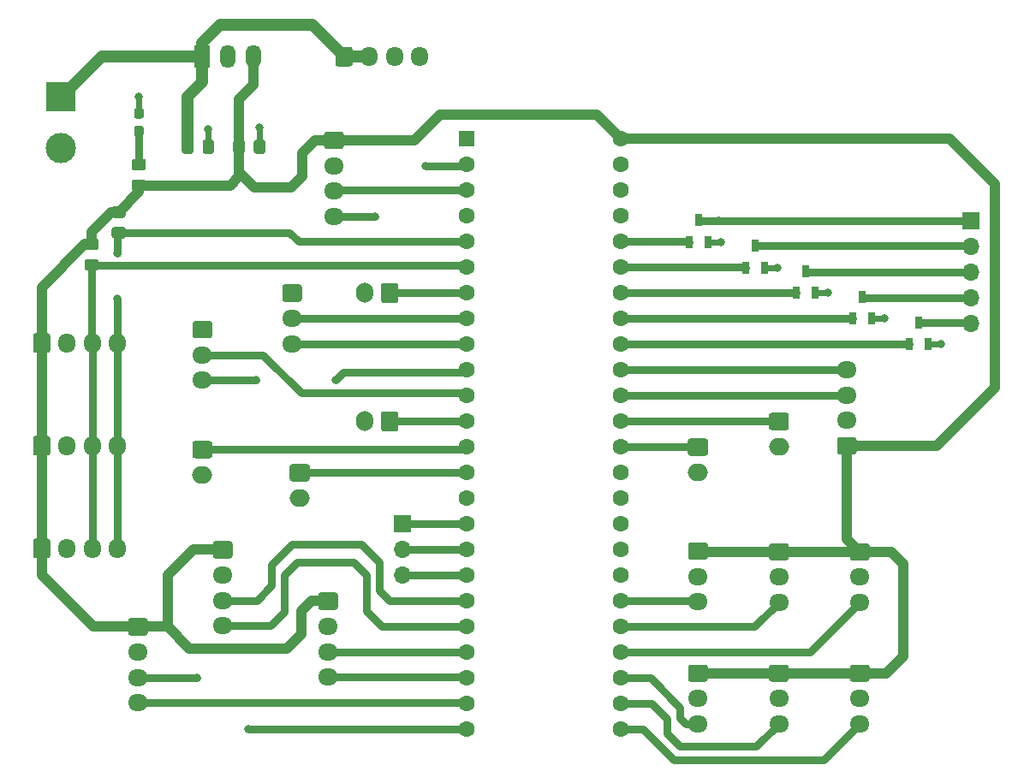
<source format=gbr>
%TF.GenerationSoftware,KiCad,Pcbnew,5.1.6+dfsg1-1*%
%TF.CreationDate,2021-03-04T16:54:05+01:00*%
%TF.ProjectId,pcb_robot_2021A,7063625f-726f-4626-9f74-5f3230323141,2.0*%
%TF.SameCoordinates,Original*%
%TF.FileFunction,Copper,L1,Top*%
%TF.FilePolarity,Positive*%
%FSLAX46Y46*%
G04 Gerber Fmt 4.6, Leading zero omitted, Abs format (unit mm)*
G04 Created by KiCad (PCBNEW 5.1.6+dfsg1-1) date 2021-03-04 16:54:05*
%MOMM*%
%LPD*%
G01*
G04 APERTURE LIST*
%TA.AperFunction,ComponentPad*%
%ADD10O,1.950000X1.700000*%
%TD*%
%TA.AperFunction,ComponentPad*%
%ADD11C,3.000000*%
%TD*%
%TA.AperFunction,ComponentPad*%
%ADD12R,3.000000X3.000000*%
%TD*%
%TA.AperFunction,ComponentPad*%
%ADD13O,1.700000X1.700000*%
%TD*%
%TA.AperFunction,ComponentPad*%
%ADD14R,1.700000X1.700000*%
%TD*%
%TA.AperFunction,SMDPad,CuDef*%
%ADD15R,0.800000X1.200000*%
%TD*%
%TA.AperFunction,ComponentPad*%
%ADD16C,1.600000*%
%TD*%
%TA.AperFunction,ComponentPad*%
%ADD17R,1.600000X1.600000*%
%TD*%
%TA.AperFunction,ComponentPad*%
%ADD18O,1.500000X2.300000*%
%TD*%
%TA.AperFunction,ComponentPad*%
%ADD19R,1.500000X2.300000*%
%TD*%
%TA.AperFunction,ComponentPad*%
%ADD20O,2.000000X1.700000*%
%TD*%
%TA.AperFunction,ComponentPad*%
%ADD21O,1.700000X1.950000*%
%TD*%
%TA.AperFunction,ComponentPad*%
%ADD22O,1.700000X2.000000*%
%TD*%
%TA.AperFunction,ViaPad*%
%ADD23C,0.800000*%
%TD*%
%TA.AperFunction,Conductor*%
%ADD24C,0.600000*%
%TD*%
%TA.AperFunction,Conductor*%
%ADD25C,0.800000*%
%TD*%
%TA.AperFunction,Conductor*%
%ADD26C,1.200000*%
%TD*%
%TA.AperFunction,Conductor*%
%ADD27C,1.000000*%
%TD*%
%TA.AperFunction,Conductor*%
%ADD28C,0.500000*%
%TD*%
G04 APERTURE END LIST*
%TO.P,R1,2*%
%TO.N,/SCL*%
%TA.AperFunction,SMDPad,CuDef*%
G36*
G01*
X116262999Y-65846000D02*
X117163001Y-65846000D01*
G75*
G02*
X117413000Y-66095999I0J-249999D01*
G01*
X117413000Y-66746001D01*
G75*
G02*
X117163001Y-66996000I-249999J0D01*
G01*
X116262999Y-66996000D01*
G75*
G02*
X116013000Y-66746001I0J249999D01*
G01*
X116013000Y-66095999D01*
G75*
G02*
X116262999Y-65846000I249999J0D01*
G01*
G37*
%TD.AperFunction*%
%TO.P,R1,1*%
%TO.N,+5V*%
%TA.AperFunction,SMDPad,CuDef*%
G36*
G01*
X116262999Y-63796000D02*
X117163001Y-63796000D01*
G75*
G02*
X117413000Y-64045999I0J-249999D01*
G01*
X117413000Y-64696001D01*
G75*
G02*
X117163001Y-64946000I-249999J0D01*
G01*
X116262999Y-64946000D01*
G75*
G02*
X116013000Y-64696001I0J249999D01*
G01*
X116013000Y-64045999D01*
G75*
G02*
X116262999Y-63796000I249999J0D01*
G01*
G37*
%TD.AperFunction*%
%TD*%
D10*
%TO.P,J10,4*%
%TO.N,/enc1_B*%
X188722000Y-80003000D03*
%TO.P,J10,3*%
%TO.N,/enc1_A*%
X188722000Y-82503000D03*
%TO.P,J10,2*%
%TO.N,GND*%
X188722000Y-85003000D03*
%TO.P,J10,1*%
%TO.N,+5V*%
%TA.AperFunction,ComponentPad*%
G36*
G01*
X189447000Y-88353000D02*
X187997000Y-88353000D01*
G75*
G02*
X187747000Y-88103000I0J250000D01*
G01*
X187747000Y-86903000D01*
G75*
G02*
X187997000Y-86653000I250000J0D01*
G01*
X189447000Y-86653000D01*
G75*
G02*
X189697000Y-86903000I0J-250000D01*
G01*
X189697000Y-88103000D01*
G75*
G02*
X189447000Y-88353000I-250000J0D01*
G01*
G37*
%TD.AperFunction*%
%TD*%
%TO.P,J4,3*%
%TO.N,/IR_out1.3*%
X174000000Y-115000000D03*
%TO.P,J4,2*%
%TO.N,GND*%
X174000000Y-112500000D03*
%TO.P,J4,1*%
%TO.N,+5V*%
%TA.AperFunction,ComponentPad*%
G36*
G01*
X173275000Y-109150000D02*
X174725000Y-109150000D01*
G75*
G02*
X174975000Y-109400000I0J-250000D01*
G01*
X174975000Y-110600000D01*
G75*
G02*
X174725000Y-110850000I-250000J0D01*
G01*
X173275000Y-110850000D01*
G75*
G02*
X173025000Y-110600000I0J250000D01*
G01*
X173025000Y-109400000D01*
G75*
G02*
X173275000Y-109150000I250000J0D01*
G01*
G37*
%TD.AperFunction*%
%TD*%
%TO.P,J15,4*%
%TO.N,/RX4*%
X118618000Y-112910000D03*
%TO.P,J15,3*%
%TO.N,/TX4*%
X118618000Y-110410000D03*
%TO.P,J15,2*%
%TO.N,GND*%
X118618000Y-107910000D03*
%TO.P,J15,1*%
%TO.N,+5V*%
%TA.AperFunction,ComponentPad*%
G36*
G01*
X117893000Y-104560000D02*
X119343000Y-104560000D01*
G75*
G02*
X119593000Y-104810000I0J-250000D01*
G01*
X119593000Y-106010000D01*
G75*
G02*
X119343000Y-106260000I-250000J0D01*
G01*
X117893000Y-106260000D01*
G75*
G02*
X117643000Y-106010000I0J250000D01*
G01*
X117643000Y-104810000D01*
G75*
G02*
X117893000Y-104560000I250000J0D01*
G01*
G37*
%TD.AperFunction*%
%TD*%
%TO.P,J16,4*%
%TO.N,/Xbee_RX*%
X138000000Y-64777000D03*
%TO.P,J16,3*%
%TO.N,/Xbee_TX*%
X138000000Y-62277000D03*
%TO.P,J16,2*%
%TO.N,GND*%
X138000000Y-59777000D03*
%TO.P,J16,1*%
%TO.N,+5V*%
%TA.AperFunction,ComponentPad*%
G36*
G01*
X137275000Y-56427000D02*
X138725000Y-56427000D01*
G75*
G02*
X138975000Y-56677000I0J-250000D01*
G01*
X138975000Y-57877000D01*
G75*
G02*
X138725000Y-58127000I-250000J0D01*
G01*
X137275000Y-58127000D01*
G75*
G02*
X137025000Y-57877000I0J250000D01*
G01*
X137025000Y-56677000D01*
G75*
G02*
X137275000Y-56427000I250000J0D01*
G01*
G37*
%TD.AperFunction*%
%TD*%
%TO.P,J9,3*%
%TO.N,/mot2_dir*%
X125000000Y-81000000D03*
%TO.P,J9,2*%
%TO.N,/mot2_PWM*%
X125000000Y-78500000D03*
%TO.P,J9,1*%
%TO.N,GND*%
%TA.AperFunction,ComponentPad*%
G36*
G01*
X124275000Y-75150000D02*
X125725000Y-75150000D01*
G75*
G02*
X125975000Y-75400000I0J-250000D01*
G01*
X125975000Y-76600000D01*
G75*
G02*
X125725000Y-76850000I-250000J0D01*
G01*
X124275000Y-76850000D01*
G75*
G02*
X124025000Y-76600000I0J250000D01*
G01*
X124025000Y-75400000D01*
G75*
G02*
X124275000Y-75150000I250000J0D01*
G01*
G37*
%TD.AperFunction*%
%TD*%
%TO.P,J8,3*%
%TO.N,/mot1_dir*%
X133858000Y-77390000D03*
%TO.P,J8,2*%
%TO.N,/mot1_PWM*%
X133858000Y-74890000D03*
%TO.P,J8,1*%
%TO.N,GND*%
%TA.AperFunction,ComponentPad*%
G36*
G01*
X133133000Y-71540000D02*
X134583000Y-71540000D01*
G75*
G02*
X134833000Y-71790000I0J-250000D01*
G01*
X134833000Y-72990000D01*
G75*
G02*
X134583000Y-73240000I-250000J0D01*
G01*
X133133000Y-73240000D01*
G75*
G02*
X132883000Y-72990000I0J250000D01*
G01*
X132883000Y-71790000D01*
G75*
G02*
X133133000Y-71540000I250000J0D01*
G01*
G37*
%TD.AperFunction*%
%TD*%
D11*
%TO.P,J12,2*%
%TO.N,GND*%
X111000000Y-58080000D03*
D12*
%TO.P,J12,1*%
%TO.N,+12V*%
X111000000Y-53000000D03*
%TD*%
D10*
%TO.P,J7,3*%
%TO.N,/IR_out2.3*%
X174000000Y-102917000D03*
%TO.P,J7,2*%
%TO.N,GND*%
X174000000Y-100417000D03*
%TO.P,J7,1*%
%TO.N,+5V*%
%TA.AperFunction,ComponentPad*%
G36*
G01*
X173275000Y-97067000D02*
X174725000Y-97067000D01*
G75*
G02*
X174975000Y-97317000I0J-250000D01*
G01*
X174975000Y-98517000D01*
G75*
G02*
X174725000Y-98767000I-250000J0D01*
G01*
X173275000Y-98767000D01*
G75*
G02*
X173025000Y-98517000I0J250000D01*
G01*
X173025000Y-97317000D01*
G75*
G02*
X173275000Y-97067000I250000J0D01*
G01*
G37*
%TD.AperFunction*%
%TD*%
D13*
%TO.P,J20,5*%
%TO.N,Net-(J20-Pad5)*%
X200978000Y-75438000D03*
%TO.P,J20,4*%
%TO.N,Net-(J20-Pad4)*%
X200978000Y-72898000D03*
%TO.P,J20,3*%
%TO.N,Net-(J20-Pad3)*%
X200978000Y-70358000D03*
%TO.P,J20,2*%
%TO.N,Net-(J20-Pad2)*%
X200978000Y-67818000D03*
D14*
%TO.P,J20,1*%
%TO.N,Net-(J20-Pad1)*%
X200978000Y-65278000D03*
%TD*%
D15*
%TO.P,U6,1*%
%TO.N,/lidar_in4*%
X189294000Y-74930000D03*
%TO.P,U6,2*%
%TO.N,GND*%
X191194000Y-74930000D03*
%TO.P,U6,3*%
%TO.N,Net-(J20-Pad4)*%
X190244000Y-72730000D03*
%TD*%
%TO.P,U7,1*%
%TO.N,/lidar_in5*%
X194882000Y-77470000D03*
%TO.P,U7,2*%
%TO.N,GND*%
X196782000Y-77470000D03*
%TO.P,U7,3*%
%TO.N,Net-(J20-Pad5)*%
X195832000Y-75270000D03*
%TD*%
%TO.P,U3,1*%
%TO.N,/lidar_in1*%
X173104000Y-67394000D03*
%TO.P,U3,2*%
%TO.N,GND*%
X175004000Y-67394000D03*
%TO.P,U3,3*%
%TO.N,Net-(J20-Pad1)*%
X174054000Y-65194000D03*
%TD*%
%TO.P,U5,1*%
%TO.N,/lidar_in3*%
X183706000Y-72390000D03*
%TO.P,U5,2*%
%TO.N,GND*%
X185606000Y-72390000D03*
%TO.P,U5,3*%
%TO.N,Net-(J20-Pad3)*%
X184656000Y-70190000D03*
%TD*%
%TO.P,U4,1*%
%TO.N,/lidar_in2*%
X178692000Y-69934000D03*
%TO.P,U4,2*%
%TO.N,GND*%
X180592000Y-69934000D03*
%TO.P,U4,3*%
%TO.N,Net-(J20-Pad2)*%
X179642000Y-67734000D03*
%TD*%
D16*
%TO.P,U2,53*%
%TO.N,+5V*%
X166370000Y-57150000D03*
%TO.P,U2,52*%
%TO.N,Net-(U2-Pad52)*%
X166370000Y-59690000D03*
%TO.P,U2,51*%
%TO.N,Net-(U2-Pad51)*%
X166370000Y-62230000D03*
%TO.P,U2,50*%
%TO.N,Net-(U2-Pad50)*%
X166370000Y-64770000D03*
%TO.P,U2,49*%
%TO.N,/lidar_in1*%
X166370000Y-67310000D03*
%TO.P,U2,48*%
%TO.N,/lidar_in2*%
X166370000Y-69850000D03*
%TO.P,U2,47*%
%TO.N,/lidar_in3*%
X166370000Y-72390000D03*
%TO.P,U2,46*%
%TO.N,/lidar_in4*%
X166370000Y-74930000D03*
%TO.P,U2,45*%
%TO.N,/lidar_in5*%
X166370000Y-77470000D03*
%TO.P,U2,44*%
%TO.N,/enc1_B*%
X166370000Y-80010000D03*
%TO.P,U2,43*%
%TO.N,/enc1_A*%
X166370000Y-82550000D03*
%TO.P,U2,42*%
%TO.N,/galet_2.2*%
X166370000Y-85090000D03*
%TO.P,U2,41*%
%TO.N,/galet_2.1*%
X166370000Y-87630000D03*
%TO.P,U2,40*%
%TO.N,Net-(U2-Pad40)*%
X166370000Y-90170000D03*
%TO.P,U2,39*%
%TO.N,Net-(U2-Pad39)*%
X166370000Y-92710000D03*
%TO.P,U2,38*%
%TO.N,Net-(U2-Pad38)*%
X166370000Y-95250000D03*
D17*
%TO.P,U2,1*%
%TO.N,GND*%
X151130000Y-57150000D03*
D16*
%TO.P,U2,2*%
%TO.N,/Xbee_RX*%
X151130000Y-59690000D03*
%TO.P,U2,3*%
%TO.N,/Xbee_TX*%
X151130000Y-62230000D03*
%TO.P,U2,4*%
%TO.N,Net-(U2-Pad4)*%
X151130000Y-64770000D03*
%TO.P,U2,5*%
%TO.N,/SCL*%
X151130000Y-67310000D03*
%TO.P,U2,6*%
%TO.N,/SDA*%
X151130000Y-69850000D03*
%TO.P,U2,7*%
%TO.N,/couleur*%
X151130000Y-72390000D03*
%TO.P,U2,8*%
%TO.N,/mot1_PWM*%
X151130000Y-74930000D03*
%TO.P,U2,9*%
%TO.N,/mot1_dir*%
X151130000Y-77470000D03*
%TO.P,U2,10*%
%TO.N,/mot2_dir*%
X151130000Y-80010000D03*
%TO.P,U2,11*%
%TO.N,/mot2_PWM*%
X151130000Y-82550000D03*
%TO.P,U2,12*%
%TO.N,/tirette*%
X151130000Y-85090000D03*
%TO.P,U2,13*%
%TO.N,/galet_1.1*%
X151130000Y-87630000D03*
%TO.P,U2,37*%
%TO.N,Net-(U2-Pad37)*%
X166370000Y-97790000D03*
%TO.P,U2,36*%
%TO.N,Net-(U2-Pad36)*%
X166370000Y-100330000D03*
%TO.P,U2,35*%
%TO.N,/IR_out2.3*%
X166370000Y-102870000D03*
%TO.P,U2,34*%
%TO.N,/IR_out2.2*%
X166370000Y-105410000D03*
%TO.P,U2,33*%
%TO.N,/IR_out2.1*%
X166370000Y-107950000D03*
%TO.P,U2,32*%
%TO.N,/IR_out1.3*%
X166370000Y-110490000D03*
%TO.P,U2,31*%
%TO.N,/IR_out1.2*%
X166370000Y-113030000D03*
%TO.P,U2,30*%
%TO.N,/IR_out1.1*%
X166370000Y-115570000D03*
%TO.P,U2,24*%
%TO.N,/TX4*%
X151130000Y-115570000D03*
%TO.P,U2,23*%
%TO.N,/RX4*%
X151130000Y-113030000D03*
%TO.P,U2,22*%
%TO.N,/enc2_B*%
X151130000Y-110490000D03*
%TO.P,U2,21*%
%TO.N,/enc2_A*%
X151130000Y-107950000D03*
%TO.P,U2,14*%
%TO.N,/galet_1.2*%
X151130000Y-90170000D03*
%TO.P,U2,15*%
%TO.N,Net-(U2-Pad15)*%
X151130000Y-92710000D03*
%TO.P,U2,16*%
%TO.N,/lidar_out1*%
X151130000Y-95250000D03*
%TO.P,U2,20*%
%TO.N,/LCD_2*%
X151130000Y-105410000D03*
%TO.P,U2,19*%
%TO.N,/LCD_1*%
X151130000Y-102870000D03*
%TO.P,U2,18*%
%TO.N,/lidar_out3*%
X151130000Y-100330000D03*
%TO.P,U2,17*%
%TO.N,/lidar_out2*%
X151130000Y-97790000D03*
%TD*%
D18*
%TO.P,U1,3*%
%TO.N,+5V*%
X130080000Y-49000000D03*
%TO.P,U1,2*%
%TO.N,GND*%
X127540000Y-49000000D03*
D19*
%TO.P,U1,1*%
%TO.N,+12V*%
X125000000Y-49000000D03*
%TD*%
%TO.P,R3,2*%
%TO.N,Net-(D1-Pad2)*%
%TA.AperFunction,SMDPad,CuDef*%
G36*
G01*
X119162001Y-60256000D02*
X118261999Y-60256000D01*
G75*
G02*
X118012000Y-60006001I0J249999D01*
G01*
X118012000Y-59355999D01*
G75*
G02*
X118261999Y-59106000I249999J0D01*
G01*
X119162001Y-59106000D01*
G75*
G02*
X119412000Y-59355999I0J-249999D01*
G01*
X119412000Y-60006001D01*
G75*
G02*
X119162001Y-60256000I-249999J0D01*
G01*
G37*
%TD.AperFunction*%
%TO.P,R3,1*%
%TO.N,+5V*%
%TA.AperFunction,SMDPad,CuDef*%
G36*
G01*
X119162001Y-62306000D02*
X118261999Y-62306000D01*
G75*
G02*
X118012000Y-62056001I0J249999D01*
G01*
X118012000Y-61405999D01*
G75*
G02*
X118261999Y-61156000I249999J0D01*
G01*
X119162001Y-61156000D01*
G75*
G02*
X119412000Y-61405999I0J-249999D01*
G01*
X119412000Y-62056001D01*
G75*
G02*
X119162001Y-62306000I-249999J0D01*
G01*
G37*
%TD.AperFunction*%
%TD*%
%TO.P,R2,2*%
%TO.N,+5V*%
%TA.AperFunction,SMDPad,CuDef*%
G36*
G01*
X114496001Y-68130000D02*
X113595999Y-68130000D01*
G75*
G02*
X113346000Y-67880001I0J249999D01*
G01*
X113346000Y-67229999D01*
G75*
G02*
X113595999Y-66980000I249999J0D01*
G01*
X114496001Y-66980000D01*
G75*
G02*
X114746000Y-67229999I0J-249999D01*
G01*
X114746000Y-67880001D01*
G75*
G02*
X114496001Y-68130000I-249999J0D01*
G01*
G37*
%TD.AperFunction*%
%TO.P,R2,1*%
%TO.N,/SDA*%
%TA.AperFunction,SMDPad,CuDef*%
G36*
G01*
X114496001Y-70180000D02*
X113595999Y-70180000D01*
G75*
G02*
X113346000Y-69930001I0J249999D01*
G01*
X113346000Y-69279999D01*
G75*
G02*
X113595999Y-69030000I249999J0D01*
G01*
X114496001Y-69030000D01*
G75*
G02*
X114746000Y-69279999I0J-249999D01*
G01*
X114746000Y-69930001D01*
G75*
G02*
X114496001Y-70180000I-249999J0D01*
G01*
G37*
%TD.AperFunction*%
%TD*%
%TO.P,J26,1*%
%TO.N,/galet_2.2*%
%TA.AperFunction,ComponentPad*%
G36*
G01*
X181250000Y-84240000D02*
X182750000Y-84240000D01*
G75*
G02*
X183000000Y-84490000I0J-250000D01*
G01*
X183000000Y-85690000D01*
G75*
G02*
X182750000Y-85940000I-250000J0D01*
G01*
X181250000Y-85940000D01*
G75*
G02*
X181000000Y-85690000I0J250000D01*
G01*
X181000000Y-84490000D01*
G75*
G02*
X181250000Y-84240000I250000J0D01*
G01*
G37*
%TD.AperFunction*%
D20*
%TO.P,J26,2*%
%TO.N,GND*%
X182000000Y-87590000D03*
%TD*%
%TO.P,J25,2*%
%TO.N,GND*%
X174000000Y-90130000D03*
%TO.P,J25,1*%
%TO.N,/galet_2.1*%
%TA.AperFunction,ComponentPad*%
G36*
G01*
X173250000Y-86780000D02*
X174750000Y-86780000D01*
G75*
G02*
X175000000Y-87030000I0J-250000D01*
G01*
X175000000Y-88230000D01*
G75*
G02*
X174750000Y-88480000I-250000J0D01*
G01*
X173250000Y-88480000D01*
G75*
G02*
X173000000Y-88230000I0J250000D01*
G01*
X173000000Y-87030000D01*
G75*
G02*
X173250000Y-86780000I250000J0D01*
G01*
G37*
%TD.AperFunction*%
%TD*%
%TO.P,J24,2*%
%TO.N,GND*%
X134620000Y-92670000D03*
%TO.P,J24,1*%
%TO.N,/galet_1.2*%
%TA.AperFunction,ComponentPad*%
G36*
G01*
X133870000Y-89320000D02*
X135370000Y-89320000D01*
G75*
G02*
X135620000Y-89570000I0J-250000D01*
G01*
X135620000Y-90770000D01*
G75*
G02*
X135370000Y-91020000I-250000J0D01*
G01*
X133870000Y-91020000D01*
G75*
G02*
X133620000Y-90770000I0J250000D01*
G01*
X133620000Y-89570000D01*
G75*
G02*
X133870000Y-89320000I250000J0D01*
G01*
G37*
%TD.AperFunction*%
%TD*%
%TO.P,J23,2*%
%TO.N,GND*%
X125000000Y-90384000D03*
%TO.P,J23,1*%
%TO.N,/galet_1.1*%
%TA.AperFunction,ComponentPad*%
G36*
G01*
X124250000Y-87034000D02*
X125750000Y-87034000D01*
G75*
G02*
X126000000Y-87284000I0J-250000D01*
G01*
X126000000Y-88484000D01*
G75*
G02*
X125750000Y-88734000I-250000J0D01*
G01*
X124250000Y-88734000D01*
G75*
G02*
X124000000Y-88484000I0J250000D01*
G01*
X124000000Y-87284000D01*
G75*
G02*
X124250000Y-87034000I250000J0D01*
G01*
G37*
%TD.AperFunction*%
%TD*%
D21*
%TO.P,J22,4*%
%TO.N,GND*%
X146500000Y-49000000D03*
%TO.P,J22,3*%
X144000000Y-49000000D03*
%TO.P,J22,2*%
%TO.N,+12V*%
X141500000Y-49000000D03*
%TO.P,J22,1*%
%TA.AperFunction,ComponentPad*%
G36*
G01*
X138150000Y-49725000D02*
X138150000Y-48275000D01*
G75*
G02*
X138400000Y-48025000I250000J0D01*
G01*
X139600000Y-48025000D01*
G75*
G02*
X139850000Y-48275000I0J-250000D01*
G01*
X139850000Y-49725000D01*
G75*
G02*
X139600000Y-49975000I-250000J0D01*
G01*
X138400000Y-49975000D01*
G75*
G02*
X138150000Y-49725000I0J250000D01*
G01*
G37*
%TD.AperFunction*%
%TD*%
D13*
%TO.P,J21,3*%
%TO.N,/lidar_out3*%
X144780000Y-100330000D03*
%TO.P,J21,2*%
%TO.N,/lidar_out2*%
X144780000Y-97790000D03*
D14*
%TO.P,J21,1*%
%TO.N,/lidar_out1*%
X144780000Y-95250000D03*
%TD*%
D21*
%TO.P,J19,4*%
%TO.N,/SCL*%
X116592000Y-97648000D03*
%TO.P,J19,3*%
%TO.N,/SDA*%
X114092000Y-97648000D03*
%TO.P,J19,2*%
%TO.N,GND*%
X111592000Y-97648000D03*
%TO.P,J19,1*%
%TO.N,+5V*%
%TA.AperFunction,ComponentPad*%
G36*
G01*
X108242000Y-98373000D02*
X108242000Y-96923000D01*
G75*
G02*
X108492000Y-96673000I250000J0D01*
G01*
X109692000Y-96673000D01*
G75*
G02*
X109942000Y-96923000I0J-250000D01*
G01*
X109942000Y-98373000D01*
G75*
G02*
X109692000Y-98623000I-250000J0D01*
G01*
X108492000Y-98623000D01*
G75*
G02*
X108242000Y-98373000I0J250000D01*
G01*
G37*
%TD.AperFunction*%
%TD*%
%TO.P,J18,4*%
%TO.N,/SCL*%
X116592000Y-87488000D03*
%TO.P,J18,3*%
%TO.N,/SDA*%
X114092000Y-87488000D03*
%TO.P,J18,2*%
%TO.N,GND*%
X111592000Y-87488000D03*
%TO.P,J18,1*%
%TO.N,+5V*%
%TA.AperFunction,ComponentPad*%
G36*
G01*
X108242000Y-88213000D02*
X108242000Y-86763000D01*
G75*
G02*
X108492000Y-86513000I250000J0D01*
G01*
X109692000Y-86513000D01*
G75*
G02*
X109942000Y-86763000I0J-250000D01*
G01*
X109942000Y-88213000D01*
G75*
G02*
X109692000Y-88463000I-250000J0D01*
G01*
X108492000Y-88463000D01*
G75*
G02*
X108242000Y-88213000I0J250000D01*
G01*
G37*
%TD.AperFunction*%
%TD*%
%TO.P,J17,4*%
%TO.N,/SCL*%
X116592000Y-77328000D03*
%TO.P,J17,3*%
%TO.N,/SDA*%
X114092000Y-77328000D03*
%TO.P,J17,2*%
%TO.N,GND*%
X111592000Y-77328000D03*
%TO.P,J17,1*%
%TO.N,+5V*%
%TA.AperFunction,ComponentPad*%
G36*
G01*
X108242000Y-78053000D02*
X108242000Y-76603000D01*
G75*
G02*
X108492000Y-76353000I250000J0D01*
G01*
X109692000Y-76353000D01*
G75*
G02*
X109942000Y-76603000I0J-250000D01*
G01*
X109942000Y-78053000D01*
G75*
G02*
X109692000Y-78303000I-250000J0D01*
G01*
X108492000Y-78303000D01*
G75*
G02*
X108242000Y-78053000I0J250000D01*
G01*
G37*
%TD.AperFunction*%
%TD*%
D22*
%TO.P,J14,2*%
%TO.N,GND*%
X141010000Y-72390000D03*
%TO.P,J14,1*%
%TO.N,/couleur*%
%TA.AperFunction,ComponentPad*%
G36*
G01*
X144360000Y-71640000D02*
X144360000Y-73140000D01*
G75*
G02*
X144110000Y-73390000I-250000J0D01*
G01*
X142910000Y-73390000D01*
G75*
G02*
X142660000Y-73140000I0J250000D01*
G01*
X142660000Y-71640000D01*
G75*
G02*
X142910000Y-71390000I250000J0D01*
G01*
X144110000Y-71390000D01*
G75*
G02*
X144360000Y-71640000I0J-250000D01*
G01*
G37*
%TD.AperFunction*%
%TD*%
%TO.P,J13,2*%
%TO.N,GND*%
X141010000Y-85090000D03*
%TO.P,J13,1*%
%TO.N,/tirette*%
%TA.AperFunction,ComponentPad*%
G36*
G01*
X144360000Y-84340000D02*
X144360000Y-85840000D01*
G75*
G02*
X144110000Y-86090000I-250000J0D01*
G01*
X142910000Y-86090000D01*
G75*
G02*
X142660000Y-85840000I0J250000D01*
G01*
X142660000Y-84340000D01*
G75*
G02*
X142910000Y-84090000I250000J0D01*
G01*
X144110000Y-84090000D01*
G75*
G02*
X144360000Y-84340000I0J-250000D01*
G01*
G37*
%TD.AperFunction*%
%TD*%
D10*
%TO.P,J11,4*%
%TO.N,/enc2_B*%
X137414000Y-110370000D03*
%TO.P,J11,3*%
%TO.N,/enc2_A*%
X137414000Y-107870000D03*
%TO.P,J11,2*%
%TO.N,GND*%
X137414000Y-105370000D03*
%TO.P,J11,1*%
%TO.N,+5V*%
%TA.AperFunction,ComponentPad*%
G36*
G01*
X136689000Y-102020000D02*
X138139000Y-102020000D01*
G75*
G02*
X138389000Y-102270000I0J-250000D01*
G01*
X138389000Y-103470000D01*
G75*
G02*
X138139000Y-103720000I-250000J0D01*
G01*
X136689000Y-103720000D01*
G75*
G02*
X136439000Y-103470000I0J250000D01*
G01*
X136439000Y-102270000D01*
G75*
G02*
X136689000Y-102020000I250000J0D01*
G01*
G37*
%TD.AperFunction*%
%TD*%
%TO.P,J6,3*%
%TO.N,/IR_out2.2*%
X182000000Y-103000000D03*
%TO.P,J6,2*%
%TO.N,GND*%
X182000000Y-100500000D03*
%TO.P,J6,1*%
%TO.N,+5V*%
%TA.AperFunction,ComponentPad*%
G36*
G01*
X181275000Y-97150000D02*
X182725000Y-97150000D01*
G75*
G02*
X182975000Y-97400000I0J-250000D01*
G01*
X182975000Y-98600000D01*
G75*
G02*
X182725000Y-98850000I-250000J0D01*
G01*
X181275000Y-98850000D01*
G75*
G02*
X181025000Y-98600000I0J250000D01*
G01*
X181025000Y-97400000D01*
G75*
G02*
X181275000Y-97150000I250000J0D01*
G01*
G37*
%TD.AperFunction*%
%TD*%
%TO.P,J5,3*%
%TO.N,/IR_out2.1*%
X190000000Y-103000000D03*
%TO.P,J5,2*%
%TO.N,GND*%
X190000000Y-100500000D03*
%TO.P,J5,1*%
%TO.N,+5V*%
%TA.AperFunction,ComponentPad*%
G36*
G01*
X189275000Y-97150000D02*
X190725000Y-97150000D01*
G75*
G02*
X190975000Y-97400000I0J-250000D01*
G01*
X190975000Y-98600000D01*
G75*
G02*
X190725000Y-98850000I-250000J0D01*
G01*
X189275000Y-98850000D01*
G75*
G02*
X189025000Y-98600000I0J250000D01*
G01*
X189025000Y-97400000D01*
G75*
G02*
X189275000Y-97150000I250000J0D01*
G01*
G37*
%TD.AperFunction*%
%TD*%
%TO.P,J3,3*%
%TO.N,/IR_out1.2*%
X182000000Y-115000000D03*
%TO.P,J3,2*%
%TO.N,GND*%
X182000000Y-112500000D03*
%TO.P,J3,1*%
%TO.N,+5V*%
%TA.AperFunction,ComponentPad*%
G36*
G01*
X181275000Y-109150000D02*
X182725000Y-109150000D01*
G75*
G02*
X182975000Y-109400000I0J-250000D01*
G01*
X182975000Y-110600000D01*
G75*
G02*
X182725000Y-110850000I-250000J0D01*
G01*
X181275000Y-110850000D01*
G75*
G02*
X181025000Y-110600000I0J250000D01*
G01*
X181025000Y-109400000D01*
G75*
G02*
X181275000Y-109150000I250000J0D01*
G01*
G37*
%TD.AperFunction*%
%TD*%
%TO.P,J2,3*%
%TO.N,/IR_out1.1*%
X190000000Y-115000000D03*
%TO.P,J2,2*%
%TO.N,GND*%
X190000000Y-112500000D03*
%TO.P,J2,1*%
%TO.N,+5V*%
%TA.AperFunction,ComponentPad*%
G36*
G01*
X189275000Y-109150000D02*
X190725000Y-109150000D01*
G75*
G02*
X190975000Y-109400000I0J-250000D01*
G01*
X190975000Y-110600000D01*
G75*
G02*
X190725000Y-110850000I-250000J0D01*
G01*
X189275000Y-110850000D01*
G75*
G02*
X189025000Y-110600000I0J250000D01*
G01*
X189025000Y-109400000D01*
G75*
G02*
X189275000Y-109150000I250000J0D01*
G01*
G37*
%TD.AperFunction*%
%TD*%
%TO.P,J1,4*%
%TO.N,/LCD_2*%
X127000000Y-105290000D03*
%TO.P,J1,3*%
%TO.N,/LCD_1*%
X127000000Y-102790000D03*
%TO.P,J1,2*%
%TO.N,GND*%
X127000000Y-100290000D03*
%TO.P,J1,1*%
%TO.N,+5V*%
%TA.AperFunction,ComponentPad*%
G36*
G01*
X126275000Y-96940000D02*
X127725000Y-96940000D01*
G75*
G02*
X127975000Y-97190000I0J-250000D01*
G01*
X127975000Y-98390000D01*
G75*
G02*
X127725000Y-98640000I-250000J0D01*
G01*
X126275000Y-98640000D01*
G75*
G02*
X126025000Y-98390000I0J250000D01*
G01*
X126025000Y-97190000D01*
G75*
G02*
X126275000Y-96940000I250000J0D01*
G01*
G37*
%TD.AperFunction*%
%TD*%
%TO.P,D1,2*%
%TO.N,Net-(D1-Pad2)*%
%TA.AperFunction,SMDPad,CuDef*%
G36*
G01*
X118474500Y-55835000D02*
X118949500Y-55835000D01*
G75*
G02*
X119187000Y-56072500I0J-237500D01*
G01*
X119187000Y-56647500D01*
G75*
G02*
X118949500Y-56885000I-237500J0D01*
G01*
X118474500Y-56885000D01*
G75*
G02*
X118237000Y-56647500I0J237500D01*
G01*
X118237000Y-56072500D01*
G75*
G02*
X118474500Y-55835000I237500J0D01*
G01*
G37*
%TD.AperFunction*%
%TO.P,D1,1*%
%TO.N,GND*%
%TA.AperFunction,SMDPad,CuDef*%
G36*
G01*
X118474500Y-54085000D02*
X118949500Y-54085000D01*
G75*
G02*
X119187000Y-54322500I0J-237500D01*
G01*
X119187000Y-54897500D01*
G75*
G02*
X118949500Y-55135000I-237500J0D01*
G01*
X118474500Y-55135000D01*
G75*
G02*
X118237000Y-54897500I0J237500D01*
G01*
X118237000Y-54322500D01*
G75*
G02*
X118474500Y-54085000I237500J0D01*
G01*
G37*
%TD.AperFunction*%
%TD*%
%TO.P,C2,2*%
%TO.N,GND*%
%TA.AperFunction,SMDPad,CuDef*%
G36*
G01*
X130084000Y-58362001D02*
X130084000Y-57461999D01*
G75*
G02*
X130333999Y-57212000I249999J0D01*
G01*
X130984001Y-57212000D01*
G75*
G02*
X131234000Y-57461999I0J-249999D01*
G01*
X131234000Y-58362001D01*
G75*
G02*
X130984001Y-58612000I-249999J0D01*
G01*
X130333999Y-58612000D01*
G75*
G02*
X130084000Y-58362001I0J249999D01*
G01*
G37*
%TD.AperFunction*%
%TO.P,C2,1*%
%TO.N,+5V*%
%TA.AperFunction,SMDPad,CuDef*%
G36*
G01*
X128034000Y-58362001D02*
X128034000Y-57461999D01*
G75*
G02*
X128283999Y-57212000I249999J0D01*
G01*
X128934001Y-57212000D01*
G75*
G02*
X129184000Y-57461999I0J-249999D01*
G01*
X129184000Y-58362001D01*
G75*
G02*
X128934001Y-58612000I-249999J0D01*
G01*
X128283999Y-58612000D01*
G75*
G02*
X128034000Y-58362001I0J249999D01*
G01*
G37*
%TD.AperFunction*%
%TD*%
%TO.P,C1,2*%
%TO.N,GND*%
%TA.AperFunction,SMDPad,CuDef*%
G36*
G01*
X125013000Y-58362001D02*
X125013000Y-57461999D01*
G75*
G02*
X125262999Y-57212000I249999J0D01*
G01*
X125913001Y-57212000D01*
G75*
G02*
X126163000Y-57461999I0J-249999D01*
G01*
X126163000Y-58362001D01*
G75*
G02*
X125913001Y-58612000I-249999J0D01*
G01*
X125262999Y-58612000D01*
G75*
G02*
X125013000Y-58362001I0J249999D01*
G01*
G37*
%TD.AperFunction*%
%TO.P,C1,1*%
%TO.N,+12V*%
%TA.AperFunction,SMDPad,CuDef*%
G36*
G01*
X122963000Y-58362001D02*
X122963000Y-57461999D01*
G75*
G02*
X123212999Y-57212000I249999J0D01*
G01*
X123863001Y-57212000D01*
G75*
G02*
X124113000Y-57461999I0J-249999D01*
G01*
X124113000Y-58362001D01*
G75*
G02*
X123863001Y-58612000I-249999J0D01*
G01*
X123212999Y-58612000D01*
G75*
G02*
X122963000Y-58362001I0J249999D01*
G01*
G37*
%TD.AperFunction*%
%TD*%
D23*
%TO.N,GND*%
X181885000Y-69934000D03*
X176297000Y-67394000D03*
X186881000Y-72390000D03*
X198057000Y-77470000D03*
X192469000Y-74930000D03*
X130659000Y-56016000D03*
X125588000Y-56152000D03*
X118712000Y-52959000D03*
%TO.N,/mot2_dir*%
X130276000Y-81000000D03*
X138202000Y-81000000D03*
%TO.N,/TX4*%
X129540000Y-115570000D03*
X124460000Y-110490000D03*
%TO.N,/Xbee_RX*%
X142106000Y-64777000D03*
X147066000Y-59817000D03*
%TO.N,/SCL*%
X116592000Y-72904000D03*
X116592000Y-68459000D03*
%TD*%
D24*
%TO.N,GND*%
X185606000Y-72390000D02*
X186881000Y-72390000D01*
X191194000Y-74930000D02*
X192469000Y-74930000D01*
X196782000Y-77470000D02*
X198057000Y-77470000D01*
X175004000Y-67394000D02*
X176297000Y-67394000D01*
X180592000Y-69934000D02*
X181885000Y-69934000D01*
X181885000Y-69934000D02*
X181885000Y-69934000D01*
X176297000Y-67394000D02*
X176297000Y-67394000D01*
X186881000Y-72390000D02*
X186881000Y-72390000D01*
X198057000Y-77470000D02*
X198057000Y-77470000D01*
X192469000Y-74930000D02*
X192469000Y-74930000D01*
X125588000Y-57912000D02*
X125588000Y-56152000D01*
X130659000Y-57912000D02*
X130659000Y-56016000D01*
X118712000Y-54610000D02*
X118712000Y-52959000D01*
X130659000Y-56016000D02*
X130659000Y-56016000D01*
X125588000Y-56152000D02*
X125588000Y-56152000D01*
X118712000Y-52959000D02*
X118712000Y-52959000D01*
D25*
X175020000Y-67310000D02*
X175104000Y-67394000D01*
D26*
%TO.N,+12V*%
X111000000Y-53000000D02*
X111084000Y-53000000D01*
X115084000Y-49000000D02*
X125000000Y-49000000D01*
X111084000Y-53000000D02*
X115084000Y-49000000D01*
X125000000Y-49000000D02*
X125000000Y-51530000D01*
X123538000Y-52992000D02*
X123538000Y-57912000D01*
X125000000Y-51530000D02*
X123538000Y-52992000D01*
X125000000Y-49000000D02*
X125000000Y-47593000D01*
X125000000Y-47593000D02*
X126746000Y-45847000D01*
X135847000Y-45847000D02*
X139000000Y-49000000D01*
X126746000Y-45847000D02*
X135847000Y-45847000D01*
X139000000Y-49000000D02*
X141500000Y-49000000D01*
D27*
%TO.N,+5V*%
X109092000Y-77328000D02*
X109092000Y-87488000D01*
X109092000Y-87488000D02*
X109092000Y-97648000D01*
X135763000Y-102870000D02*
X137414000Y-102870000D01*
X134747000Y-106172000D02*
X134747000Y-103886000D01*
X133350000Y-107569000D02*
X134747000Y-106172000D01*
X123698000Y-107569000D02*
X133350000Y-107569000D01*
X121539000Y-105410000D02*
X123698000Y-107569000D01*
X134747000Y-103886000D02*
X135763000Y-102870000D01*
X118618000Y-105410000D02*
X121539000Y-105410000D01*
X118712000Y-61731000D02*
X127720000Y-61731000D01*
X163957000Y-54737000D02*
X166370000Y-57150000D01*
X145923000Y-57277000D02*
X148463000Y-54737000D01*
X148463000Y-54737000D02*
X163957000Y-54737000D01*
X128609000Y-60842000D02*
X127720000Y-61731000D01*
X128609000Y-60443000D02*
X130142000Y-61976000D01*
X128609000Y-59826000D02*
X128609000Y-60443000D01*
X128609000Y-57912000D02*
X128609000Y-59826000D01*
X128609000Y-59826000D02*
X128609000Y-60842000D01*
X174083000Y-98000000D02*
X174000000Y-97917000D01*
X190000000Y-98000000D02*
X174083000Y-98000000D01*
X190000000Y-110000000D02*
X182000000Y-110000000D01*
X182000000Y-110000000D02*
X174000000Y-110000000D01*
X166370000Y-57150000D02*
X198882000Y-57150000D01*
X198882000Y-57150000D02*
X203327000Y-61595000D01*
X203327000Y-61595000D02*
X203327000Y-81788000D01*
X197612000Y-87503000D02*
X188722000Y-87503000D01*
X203327000Y-81788000D02*
X197612000Y-87503000D01*
X188722000Y-96722000D02*
X190000000Y-98000000D01*
X188722000Y-87503000D02*
X188722000Y-96722000D01*
X192641000Y-110000000D02*
X190000000Y-110000000D01*
X194310000Y-108331000D02*
X192641000Y-110000000D01*
X194310000Y-99187000D02*
X194310000Y-108331000D01*
X193123000Y-98000000D02*
X194310000Y-99187000D01*
X190000000Y-98000000D02*
X193123000Y-98000000D01*
X130142000Y-61976000D02*
X133731000Y-61976000D01*
X133731000Y-61976000D02*
X134874000Y-60833000D01*
X134874000Y-60833000D02*
X134874000Y-58547000D01*
X136144000Y-57277000D02*
X138000000Y-57277000D01*
X134874000Y-58547000D02*
X136144000Y-57277000D01*
X138000000Y-57277000D02*
X145923000Y-57277000D01*
X130080000Y-49000000D02*
X130080000Y-51784000D01*
X128609000Y-53255000D02*
X128609000Y-57912000D01*
X130080000Y-51784000D02*
X128609000Y-53255000D01*
X114173000Y-105410000D02*
X118618000Y-105410000D01*
X109092000Y-100329000D02*
X114173000Y-105410000D01*
X109092000Y-97648000D02*
X109092000Y-100329000D01*
X118712000Y-62372000D02*
X116713000Y-64371000D01*
X118712000Y-61731000D02*
X118712000Y-62372000D01*
X114046000Y-66338000D02*
X114046000Y-67555000D01*
X116013000Y-64371000D02*
X114046000Y-66338000D01*
X116713000Y-64371000D02*
X116013000Y-64371000D01*
X109092000Y-71809000D02*
X109092000Y-77328000D01*
X113346000Y-67555000D02*
X109092000Y-71809000D01*
X114046000Y-67555000D02*
X113346000Y-67555000D01*
X121539000Y-105410000D02*
X121539000Y-100330000D01*
X124079000Y-97790000D02*
X127000000Y-97790000D01*
X121539000Y-100330000D02*
X124079000Y-97790000D01*
D25*
%TO.N,Net-(D1-Pad2)*%
X118712000Y-56360000D02*
X118712000Y-59681000D01*
%TO.N,/LCD_2*%
X151130000Y-105410000D02*
X145034000Y-105410000D01*
X145034000Y-105410000D02*
X149352000Y-105410000D01*
X145034000Y-105410000D02*
X145034000Y-105410000D01*
X127000000Y-105290000D02*
X131706000Y-105290000D01*
X131706000Y-105290000D02*
X133096000Y-103900000D01*
X133096000Y-103900000D02*
X133096000Y-100330000D01*
X133096000Y-100330000D02*
X134366000Y-99060000D01*
X134366000Y-99060000D02*
X139954000Y-99060000D01*
X139954000Y-99060000D02*
X141224000Y-100330000D01*
X141224000Y-100330000D02*
X141224000Y-103886000D01*
X142748000Y-105410000D02*
X145034000Y-105410000D01*
X141224000Y-103886000D02*
X142748000Y-105410000D01*
D28*
%TO.N,/LCD_1*%
X151050000Y-102790000D02*
X151130000Y-102870000D01*
D25*
X131826000Y-101346000D02*
X130382000Y-102790000D01*
X133858000Y-97282000D02*
X131826000Y-99314000D01*
X131826000Y-99314000D02*
X131826000Y-101346000D01*
X140716000Y-97282000D02*
X133858000Y-97282000D01*
X130382000Y-102790000D02*
X127000000Y-102790000D01*
X142494000Y-99060000D02*
X140716000Y-97282000D01*
X142494000Y-101854000D02*
X142494000Y-99060000D01*
X143510000Y-102870000D02*
X142494000Y-101854000D01*
X151130000Y-102870000D02*
X143510000Y-102870000D01*
%TO.N,/IR_out1.1*%
X186436000Y-118564000D02*
X190000000Y-115000000D01*
X171577000Y-118618000D02*
X186436000Y-118618000D01*
X168529000Y-115570000D02*
X171577000Y-118618000D01*
X186436000Y-118618000D02*
X186436000Y-118564000D01*
X166370000Y-115570000D02*
X168529000Y-115570000D01*
%TO.N,/IR_out1.2*%
X166370000Y-113030000D02*
X169418000Y-113030000D01*
X169418000Y-113030000D02*
X170942000Y-114554000D01*
X170942000Y-114554000D02*
X170942000Y-115951000D01*
X170942000Y-115951000D02*
X172212000Y-117221000D01*
X179779000Y-117221000D02*
X182000000Y-115000000D01*
X172212000Y-117221000D02*
X179779000Y-117221000D01*
%TO.N,/IR_out1.3*%
X166370000Y-110490000D02*
X169291000Y-110490000D01*
X169291000Y-110490000D02*
X172212000Y-113411000D01*
X172212000Y-113411000D02*
X172212000Y-114427000D01*
X172785000Y-115000000D02*
X174000000Y-115000000D01*
X172212000Y-114427000D02*
X172785000Y-115000000D01*
%TO.N,/IR_out2.1*%
X185050000Y-107950000D02*
X190000000Y-103000000D01*
X166370000Y-107950000D02*
X185050000Y-107950000D01*
%TO.N,/IR_out2.2*%
X179590000Y-105410000D02*
X182000000Y-103000000D01*
X166370000Y-105410000D02*
X179590000Y-105410000D01*
%TO.N,/IR_out2.3*%
X173953000Y-102870000D02*
X174000000Y-102917000D01*
X166370000Y-102870000D02*
X173953000Y-102870000D01*
%TO.N,/mot1_dir*%
X151050000Y-77390000D02*
X151130000Y-77470000D01*
X133858000Y-77390000D02*
X151050000Y-77390000D01*
%TO.N,/mot1_PWM*%
X133898000Y-74930000D02*
X133858000Y-74890000D01*
X151130000Y-74930000D02*
X133898000Y-74930000D01*
%TO.N,/mot2_dir*%
X151050000Y-80090000D02*
X151130000Y-80010000D01*
X125000000Y-81000000D02*
X130276000Y-81000000D01*
X130276000Y-81000000D02*
X130276000Y-81000000D01*
X138202000Y-81000000D02*
X138938000Y-80264000D01*
X150876000Y-80264000D02*
X151130000Y-80010000D01*
X138938000Y-80264000D02*
X150876000Y-80264000D01*
%TO.N,/mot2_PWM*%
X125000000Y-78500000D02*
X130951000Y-78500000D01*
X130951000Y-78500000D02*
X134747000Y-82296000D01*
X150876000Y-82296000D02*
X151130000Y-82550000D01*
X134747000Y-82296000D02*
X150876000Y-82296000D01*
%TO.N,/enc1_B*%
X166490000Y-80130000D02*
X166370000Y-80010000D01*
X188715000Y-80010000D02*
X188722000Y-80003000D01*
X166370000Y-80010000D02*
X188715000Y-80010000D01*
%TO.N,/enc1_A*%
X166450000Y-82630000D02*
X166370000Y-82550000D01*
X188675000Y-82550000D02*
X188722000Y-82503000D01*
X166370000Y-82550000D02*
X188675000Y-82550000D01*
%TO.N,/enc2_B*%
X151010000Y-110370000D02*
X151130000Y-110490000D01*
X137414000Y-110370000D02*
X151010000Y-110370000D01*
D28*
%TO.N,/enc2_A*%
X151050000Y-107870000D02*
X151130000Y-107950000D01*
D25*
X137494000Y-107950000D02*
X137414000Y-107870000D01*
X151130000Y-107950000D02*
X137494000Y-107950000D01*
%TO.N,/tirette*%
X151130000Y-85090000D02*
X143510000Y-85090000D01*
%TO.N,/couleur*%
X151130000Y-72390000D02*
X143510000Y-72390000D01*
%TO.N,/RX4*%
X151010000Y-112910000D02*
X151130000Y-113030000D01*
X118618000Y-112910000D02*
X151010000Y-112910000D01*
D28*
%TO.N,/TX4*%
X151050000Y-115650000D02*
X151130000Y-115570000D01*
D25*
X151130000Y-115570000D02*
X129540000Y-115570000D01*
X129540000Y-115570000D02*
X129540000Y-115570000D01*
X118698000Y-110490000D02*
X118618000Y-110410000D01*
X124460000Y-110490000D02*
X118698000Y-110490000D01*
%TO.N,/Xbee_RX*%
X138000000Y-64777000D02*
X142106000Y-64777000D01*
X142106000Y-64777000D02*
X142106000Y-64777000D01*
X151003000Y-59817000D02*
X151130000Y-59690000D01*
X147066000Y-59817000D02*
X151003000Y-59817000D01*
D24*
%TO.N,/Xbee_TX*%
X151050000Y-62310000D02*
X151130000Y-62230000D01*
D25*
X151083000Y-62277000D02*
X151130000Y-62230000D01*
X138047000Y-62230000D02*
X138000000Y-62277000D01*
X151130000Y-62230000D02*
X138047000Y-62230000D01*
%TO.N,/SCL*%
X116712000Y-77208000D02*
X116592000Y-77328000D01*
X116592000Y-77328000D02*
X116592000Y-87488000D01*
X116592000Y-97648000D02*
X116592000Y-87488000D01*
X134493000Y-67310000D02*
X151130000Y-67310000D01*
X133604000Y-66421000D02*
X134493000Y-67310000D01*
X116713000Y-66421000D02*
X133604000Y-66421000D01*
X116592000Y-77328000D02*
X116592000Y-72904000D01*
X116592000Y-72904000D02*
X116592000Y-72904000D01*
X116592000Y-66542000D02*
X116713000Y-66421000D01*
X116592000Y-68459000D02*
X116592000Y-66542000D01*
%TO.N,/SDA*%
X114092000Y-97648000D02*
X114092000Y-87488000D01*
X114092000Y-87488000D02*
X114092000Y-77328000D01*
X150885000Y-69605000D02*
X151130000Y-69850000D01*
X114046000Y-69605000D02*
X150885000Y-69605000D01*
X114046000Y-77282000D02*
X114092000Y-77328000D01*
X114046000Y-69605000D02*
X114046000Y-77282000D01*
%TO.N,Net-(J20-Pad5)*%
X200810000Y-75270000D02*
X200978000Y-75438000D01*
X195832000Y-75270000D02*
X200810000Y-75270000D01*
%TO.N,Net-(J20-Pad4)*%
X190412000Y-72898000D02*
X190244000Y-72730000D01*
X200978000Y-72898000D02*
X190412000Y-72898000D01*
%TO.N,Net-(J20-Pad3)*%
X184824000Y-70358000D02*
X184656000Y-70190000D01*
X200978000Y-70358000D02*
X184824000Y-70358000D01*
%TO.N,Net-(J20-Pad2)*%
X200894000Y-67734000D02*
X200978000Y-67818000D01*
X179642000Y-67734000D02*
X200894000Y-67734000D01*
%TO.N,Net-(J20-Pad1)*%
X176138000Y-65278000D02*
X176054000Y-65194000D01*
X200978000Y-65278000D02*
X174138000Y-65278000D01*
%TO.N,/lidar_out3*%
X151130000Y-100330000D02*
X144780000Y-100330000D01*
%TO.N,/lidar_out2*%
X144780000Y-97790000D02*
X151130000Y-97790000D01*
%TO.N,/lidar_out1*%
X151130000Y-95250000D02*
X144780000Y-95250000D01*
%TO.N,/galet_1.1*%
X150876000Y-87884000D02*
X151130000Y-87630000D01*
X125000000Y-87884000D02*
X150876000Y-87884000D01*
%TO.N,/galet_1.2*%
X151130000Y-90170000D02*
X134620000Y-90170000D01*
%TO.N,/galet_2.1*%
X166370000Y-87630000D02*
X174000000Y-87630000D01*
%TO.N,/galet_2.2*%
X166370000Y-85090000D02*
X182000000Y-85090000D01*
%TO.N,/lidar_in1*%
X173020000Y-67310000D02*
X173104000Y-67394000D01*
X166370000Y-67310000D02*
X173020000Y-67310000D01*
%TO.N,/lidar_in2*%
X178608000Y-69850000D02*
X178692000Y-69934000D01*
X166370000Y-69850000D02*
X178608000Y-69850000D01*
%TO.N,/lidar_in3*%
X166370000Y-72390000D02*
X183706000Y-72390000D01*
%TO.N,/lidar_in4*%
X166370000Y-74930000D02*
X189294000Y-74930000D01*
%TO.N,/lidar_in5*%
X166370000Y-77470000D02*
X194882000Y-77470000D01*
%TD*%
M02*

</source>
